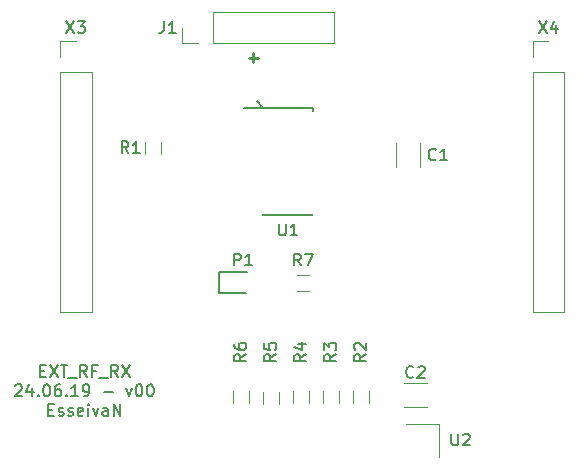
<source format=gbr>
G04 #@! TF.GenerationSoftware,KiCad,Pcbnew,(5.1.0)-1*
G04 #@! TF.CreationDate,2019-06-24T11:41:26+02:00*
G04 #@! TF.ProjectId,RF_433MHz_Receiver,52465f34-3333-44d4-987a-5f5265636569,00*
G04 #@! TF.SameCoordinates,Original*
G04 #@! TF.FileFunction,Legend,Top*
G04 #@! TF.FilePolarity,Positive*
%FSLAX46Y46*%
G04 Gerber Fmt 4.6, Leading zero omitted, Abs format (unit mm)*
G04 Created by KiCad (PCBNEW (5.1.0)-1) date 2019-06-24 11:41:26*
%MOMM*%
%LPD*%
G04 APERTURE LIST*
%ADD10C,0.250000*%
%ADD11C,0.120000*%
%ADD12C,0.150000*%
G04 APERTURE END LIST*
D10*
X75380952Y-55071428D02*
X74619047Y-55071428D01*
X75000000Y-55452380D02*
X75000000Y-54690476D01*
D11*
X90709000Y-86110000D02*
X87915000Y-86110000D01*
X90709000Y-88904000D02*
X90709000Y-86110000D01*
D12*
X56971904Y-81578571D02*
X57305238Y-81578571D01*
X57448095Y-82102380D02*
X56971904Y-82102380D01*
X56971904Y-81102380D01*
X57448095Y-81102380D01*
X57781428Y-81102380D02*
X58448095Y-82102380D01*
X58448095Y-81102380D02*
X57781428Y-82102380D01*
X58686190Y-81102380D02*
X59257619Y-81102380D01*
X58971904Y-82102380D02*
X58971904Y-81102380D01*
X59352857Y-82197619D02*
X60114761Y-82197619D01*
X60924285Y-82102380D02*
X60590952Y-81626190D01*
X60352857Y-82102380D02*
X60352857Y-81102380D01*
X60733809Y-81102380D01*
X60829047Y-81150000D01*
X60876666Y-81197619D01*
X60924285Y-81292857D01*
X60924285Y-81435714D01*
X60876666Y-81530952D01*
X60829047Y-81578571D01*
X60733809Y-81626190D01*
X60352857Y-81626190D01*
X61686190Y-81578571D02*
X61352857Y-81578571D01*
X61352857Y-82102380D02*
X61352857Y-81102380D01*
X61829047Y-81102380D01*
X61971904Y-82197619D02*
X62733809Y-82197619D01*
X63543333Y-82102380D02*
X63210000Y-81626190D01*
X62971904Y-82102380D02*
X62971904Y-81102380D01*
X63352857Y-81102380D01*
X63448095Y-81150000D01*
X63495714Y-81197619D01*
X63543333Y-81292857D01*
X63543333Y-81435714D01*
X63495714Y-81530952D01*
X63448095Y-81578571D01*
X63352857Y-81626190D01*
X62971904Y-81626190D01*
X63876666Y-81102380D02*
X64543333Y-82102380D01*
X64543333Y-81102380D02*
X63876666Y-82102380D01*
X54852857Y-82847619D02*
X54900476Y-82800000D01*
X54995714Y-82752380D01*
X55233809Y-82752380D01*
X55329047Y-82800000D01*
X55376666Y-82847619D01*
X55424285Y-82942857D01*
X55424285Y-83038095D01*
X55376666Y-83180952D01*
X54805238Y-83752380D01*
X55424285Y-83752380D01*
X56281428Y-83085714D02*
X56281428Y-83752380D01*
X56043333Y-82704761D02*
X55805238Y-83419047D01*
X56424285Y-83419047D01*
X56805238Y-83657142D02*
X56852857Y-83704761D01*
X56805238Y-83752380D01*
X56757619Y-83704761D01*
X56805238Y-83657142D01*
X56805238Y-83752380D01*
X57471904Y-82752380D02*
X57567142Y-82752380D01*
X57662380Y-82800000D01*
X57709999Y-82847619D01*
X57757619Y-82942857D01*
X57805238Y-83133333D01*
X57805238Y-83371428D01*
X57757619Y-83561904D01*
X57709999Y-83657142D01*
X57662380Y-83704761D01*
X57567142Y-83752380D01*
X57471904Y-83752380D01*
X57376666Y-83704761D01*
X57329047Y-83657142D01*
X57281428Y-83561904D01*
X57233809Y-83371428D01*
X57233809Y-83133333D01*
X57281428Y-82942857D01*
X57329047Y-82847619D01*
X57376666Y-82800000D01*
X57471904Y-82752380D01*
X58662380Y-82752380D02*
X58471904Y-82752380D01*
X58376666Y-82800000D01*
X58329047Y-82847619D01*
X58233809Y-82990476D01*
X58186190Y-83180952D01*
X58186190Y-83561904D01*
X58233809Y-83657142D01*
X58281428Y-83704761D01*
X58376666Y-83752380D01*
X58567142Y-83752380D01*
X58662380Y-83704761D01*
X58709999Y-83657142D01*
X58757619Y-83561904D01*
X58757619Y-83323809D01*
X58709999Y-83228571D01*
X58662380Y-83180952D01*
X58567142Y-83133333D01*
X58376666Y-83133333D01*
X58281428Y-83180952D01*
X58233809Y-83228571D01*
X58186190Y-83323809D01*
X59186190Y-83657142D02*
X59233809Y-83704761D01*
X59186190Y-83752380D01*
X59138571Y-83704761D01*
X59186190Y-83657142D01*
X59186190Y-83752380D01*
X60186190Y-83752380D02*
X59614761Y-83752380D01*
X59900476Y-83752380D02*
X59900476Y-82752380D01*
X59805238Y-82895238D01*
X59709999Y-82990476D01*
X59614761Y-83038095D01*
X60662380Y-83752380D02*
X60852857Y-83752380D01*
X60948095Y-83704761D01*
X60995714Y-83657142D01*
X61090952Y-83514285D01*
X61138571Y-83323809D01*
X61138571Y-82942857D01*
X61090952Y-82847619D01*
X61043333Y-82800000D01*
X60948095Y-82752380D01*
X60757619Y-82752380D01*
X60662380Y-82800000D01*
X60614761Y-82847619D01*
X60567142Y-82942857D01*
X60567142Y-83180952D01*
X60614761Y-83276190D01*
X60662380Y-83323809D01*
X60757619Y-83371428D01*
X60948095Y-83371428D01*
X61043333Y-83323809D01*
X61090952Y-83276190D01*
X61138571Y-83180952D01*
X62329047Y-83371428D02*
X63090952Y-83371428D01*
X64233809Y-83085714D02*
X64471904Y-83752380D01*
X64709999Y-83085714D01*
X65281428Y-82752380D02*
X65376666Y-82752380D01*
X65471904Y-82800000D01*
X65519523Y-82847619D01*
X65567142Y-82942857D01*
X65614761Y-83133333D01*
X65614761Y-83371428D01*
X65567142Y-83561904D01*
X65519523Y-83657142D01*
X65471904Y-83704761D01*
X65376666Y-83752380D01*
X65281428Y-83752380D01*
X65186190Y-83704761D01*
X65138571Y-83657142D01*
X65090952Y-83561904D01*
X65043333Y-83371428D01*
X65043333Y-83133333D01*
X65090952Y-82942857D01*
X65138571Y-82847619D01*
X65186190Y-82800000D01*
X65281428Y-82752380D01*
X66233809Y-82752380D02*
X66329047Y-82752380D01*
X66424285Y-82800000D01*
X66471904Y-82847619D01*
X66519523Y-82942857D01*
X66567142Y-83133333D01*
X66567142Y-83371428D01*
X66519523Y-83561904D01*
X66471904Y-83657142D01*
X66424285Y-83704761D01*
X66329047Y-83752380D01*
X66233809Y-83752380D01*
X66138571Y-83704761D01*
X66090952Y-83657142D01*
X66043333Y-83561904D01*
X65995714Y-83371428D01*
X65995714Y-83133333D01*
X66043333Y-82942857D01*
X66090952Y-82847619D01*
X66138571Y-82800000D01*
X66233809Y-82752380D01*
X57662380Y-84878571D02*
X57995714Y-84878571D01*
X58138571Y-85402380D02*
X57662380Y-85402380D01*
X57662380Y-84402380D01*
X58138571Y-84402380D01*
X58519523Y-85354761D02*
X58614761Y-85402380D01*
X58805238Y-85402380D01*
X58900476Y-85354761D01*
X58948095Y-85259523D01*
X58948095Y-85211904D01*
X58900476Y-85116666D01*
X58805238Y-85069047D01*
X58662380Y-85069047D01*
X58567142Y-85021428D01*
X58519523Y-84926190D01*
X58519523Y-84878571D01*
X58567142Y-84783333D01*
X58662380Y-84735714D01*
X58805238Y-84735714D01*
X58900476Y-84783333D01*
X59329047Y-85354761D02*
X59424285Y-85402380D01*
X59614761Y-85402380D01*
X59710000Y-85354761D01*
X59757619Y-85259523D01*
X59757619Y-85211904D01*
X59710000Y-85116666D01*
X59614761Y-85069047D01*
X59471904Y-85069047D01*
X59376666Y-85021428D01*
X59329047Y-84926190D01*
X59329047Y-84878571D01*
X59376666Y-84783333D01*
X59471904Y-84735714D01*
X59614761Y-84735714D01*
X59710000Y-84783333D01*
X60567142Y-85354761D02*
X60471904Y-85402380D01*
X60281428Y-85402380D01*
X60186190Y-85354761D01*
X60138571Y-85259523D01*
X60138571Y-84878571D01*
X60186190Y-84783333D01*
X60281428Y-84735714D01*
X60471904Y-84735714D01*
X60567142Y-84783333D01*
X60614761Y-84878571D01*
X60614761Y-84973809D01*
X60138571Y-85069047D01*
X61043333Y-85402380D02*
X61043333Y-84735714D01*
X61043333Y-84402380D02*
X60995714Y-84450000D01*
X61043333Y-84497619D01*
X61090952Y-84450000D01*
X61043333Y-84402380D01*
X61043333Y-84497619D01*
X61424285Y-84735714D02*
X61662380Y-85402380D01*
X61900476Y-84735714D01*
X62710000Y-85402380D02*
X62710000Y-84878571D01*
X62662380Y-84783333D01*
X62567142Y-84735714D01*
X62376666Y-84735714D01*
X62281428Y-84783333D01*
X62710000Y-85354761D02*
X62614761Y-85402380D01*
X62376666Y-85402380D01*
X62281428Y-85354761D01*
X62233809Y-85259523D01*
X62233809Y-85164285D01*
X62281428Y-85069047D01*
X62376666Y-85021428D01*
X62614761Y-85021428D01*
X62710000Y-84973809D01*
X63186190Y-85402380D02*
X63186190Y-84402380D01*
X63757619Y-85402380D01*
X63757619Y-84402380D01*
D11*
X89735000Y-82635000D02*
X87735000Y-82635000D01*
X87735000Y-84675000D02*
X89735000Y-84675000D01*
X87080000Y-62335000D02*
X87080000Y-64335000D01*
X89120000Y-64335000D02*
X89120000Y-62335000D01*
D12*
X72130000Y-73230000D02*
X72130000Y-75030000D01*
X74030000Y-75030000D02*
X74080000Y-75030000D01*
X72130000Y-75030000D02*
X74430000Y-75030000D01*
X72130000Y-73230000D02*
X74480000Y-73230000D01*
X75840000Y-59370000D02*
X74240000Y-59370000D01*
X75840000Y-59370000D02*
X75340000Y-58770000D01*
X80040000Y-59570000D02*
X80040000Y-59370000D01*
X80040000Y-59370000D02*
X75840000Y-59370000D01*
X80015000Y-68420000D02*
X80015000Y-68305000D01*
X75865000Y-68420000D02*
X75865000Y-68305000D01*
X75865000Y-68420000D02*
X80015000Y-68420000D01*
D11*
X68990000Y-53870000D02*
X68990000Y-52540000D01*
X70320000Y-53870000D02*
X68990000Y-53870000D01*
X71590000Y-53870000D02*
X71590000Y-51210000D01*
X71590000Y-51210000D02*
X81810000Y-51210000D01*
X71590000Y-53870000D02*
X81810000Y-53870000D01*
X81810000Y-53870000D02*
X81810000Y-51210000D01*
X67190000Y-62200000D02*
X67190000Y-63200000D01*
X65830000Y-63200000D02*
X65830000Y-62200000D01*
X84785000Y-83324000D02*
X84785000Y-84324000D01*
X83425000Y-84324000D02*
X83425000Y-83324000D01*
X80885000Y-84324000D02*
X80885000Y-83324000D01*
X82245000Y-83324000D02*
X82245000Y-84324000D01*
X79705000Y-83324000D02*
X79705000Y-84324000D01*
X78345000Y-84324000D02*
X78345000Y-83324000D01*
X75805000Y-84404000D02*
X75805000Y-83404000D01*
X77165000Y-83404000D02*
X77165000Y-84404000D01*
X74625000Y-83324000D02*
X74625000Y-84324000D01*
X73265000Y-84324000D02*
X73265000Y-83324000D01*
X78710000Y-73450000D02*
X79710000Y-73450000D01*
X79710000Y-74810000D02*
X78710000Y-74810000D01*
X58670000Y-53670000D02*
X60000000Y-53670000D01*
X58670000Y-55000000D02*
X58670000Y-53670000D01*
X58670000Y-56270000D02*
X61330000Y-56270000D01*
X61330000Y-56270000D02*
X61330000Y-76650000D01*
X58670000Y-56270000D02*
X58670000Y-76650000D01*
X58670000Y-76650000D02*
X61330000Y-76650000D01*
X98670000Y-76650000D02*
X101330000Y-76650000D01*
X98670000Y-56270000D02*
X98670000Y-76650000D01*
X101330000Y-56270000D02*
X101330000Y-76650000D01*
X98670000Y-56270000D02*
X101330000Y-56270000D01*
X98670000Y-55000000D02*
X98670000Y-53670000D01*
X98670000Y-53670000D02*
X100000000Y-53670000D01*
D12*
X88568333Y-82107142D02*
X88520714Y-82154761D01*
X88377857Y-82202380D01*
X88282619Y-82202380D01*
X88139761Y-82154761D01*
X88044523Y-82059523D01*
X87996904Y-81964285D01*
X87949285Y-81773809D01*
X87949285Y-81630952D01*
X87996904Y-81440476D01*
X88044523Y-81345238D01*
X88139761Y-81250000D01*
X88282619Y-81202380D01*
X88377857Y-81202380D01*
X88520714Y-81250000D01*
X88568333Y-81297619D01*
X88949285Y-81297619D02*
X88996904Y-81250000D01*
X89092142Y-81202380D01*
X89330238Y-81202380D01*
X89425476Y-81250000D01*
X89473095Y-81297619D01*
X89520714Y-81392857D01*
X89520714Y-81488095D01*
X89473095Y-81630952D01*
X88901666Y-82202380D01*
X89520714Y-82202380D01*
X90473333Y-63692142D02*
X90425714Y-63739761D01*
X90282857Y-63787380D01*
X90187619Y-63787380D01*
X90044761Y-63739761D01*
X89949523Y-63644523D01*
X89901904Y-63549285D01*
X89854285Y-63358809D01*
X89854285Y-63215952D01*
X89901904Y-63025476D01*
X89949523Y-62930238D01*
X90044761Y-62835000D01*
X90187619Y-62787380D01*
X90282857Y-62787380D01*
X90425714Y-62835000D01*
X90473333Y-62882619D01*
X91425714Y-63787380D02*
X90854285Y-63787380D01*
X91140000Y-63787380D02*
X91140000Y-62787380D01*
X91044761Y-62930238D01*
X90949523Y-63025476D01*
X90854285Y-63073095D01*
X73391904Y-72677380D02*
X73391904Y-71677380D01*
X73772857Y-71677380D01*
X73868095Y-71725000D01*
X73915714Y-71772619D01*
X73963333Y-71867857D01*
X73963333Y-72010714D01*
X73915714Y-72105952D01*
X73868095Y-72153571D01*
X73772857Y-72201190D01*
X73391904Y-72201190D01*
X74915714Y-72677380D02*
X74344285Y-72677380D01*
X74630000Y-72677380D02*
X74630000Y-71677380D01*
X74534761Y-71820238D01*
X74439523Y-71915476D01*
X74344285Y-71963095D01*
X77178095Y-69137380D02*
X77178095Y-69946904D01*
X77225714Y-70042142D01*
X77273333Y-70089761D01*
X77368571Y-70137380D01*
X77559047Y-70137380D01*
X77654285Y-70089761D01*
X77701904Y-70042142D01*
X77749523Y-69946904D01*
X77749523Y-69137380D01*
X78749523Y-70137380D02*
X78178095Y-70137380D01*
X78463809Y-70137380D02*
X78463809Y-69137380D01*
X78368571Y-69280238D01*
X78273333Y-69375476D01*
X78178095Y-69423095D01*
X91783095Y-86917380D02*
X91783095Y-87726904D01*
X91830714Y-87822142D01*
X91878333Y-87869761D01*
X91973571Y-87917380D01*
X92164047Y-87917380D01*
X92259285Y-87869761D01*
X92306904Y-87822142D01*
X92354523Y-87726904D01*
X92354523Y-86917380D01*
X92783095Y-87012619D02*
X92830714Y-86965000D01*
X92925952Y-86917380D01*
X93164047Y-86917380D01*
X93259285Y-86965000D01*
X93306904Y-87012619D01*
X93354523Y-87107857D01*
X93354523Y-87203095D01*
X93306904Y-87345952D01*
X92735476Y-87917380D01*
X93354523Y-87917380D01*
X67446666Y-51992380D02*
X67446666Y-52706666D01*
X67399047Y-52849523D01*
X67303809Y-52944761D01*
X67160952Y-52992380D01*
X67065714Y-52992380D01*
X68446666Y-52992380D02*
X67875238Y-52992380D01*
X68160952Y-52992380D02*
X68160952Y-51992380D01*
X68065714Y-52135238D01*
X67970476Y-52230476D01*
X67875238Y-52278095D01*
X64438333Y-63152380D02*
X64105000Y-62676190D01*
X63866904Y-63152380D02*
X63866904Y-62152380D01*
X64247857Y-62152380D01*
X64343095Y-62200000D01*
X64390714Y-62247619D01*
X64438333Y-62342857D01*
X64438333Y-62485714D01*
X64390714Y-62580952D01*
X64343095Y-62628571D01*
X64247857Y-62676190D01*
X63866904Y-62676190D01*
X65390714Y-63152380D02*
X64819285Y-63152380D01*
X65105000Y-63152380D02*
X65105000Y-62152380D01*
X65009761Y-62295238D01*
X64914523Y-62390476D01*
X64819285Y-62438095D01*
X84557380Y-80180666D02*
X84081190Y-80514000D01*
X84557380Y-80752095D02*
X83557380Y-80752095D01*
X83557380Y-80371142D01*
X83605000Y-80275904D01*
X83652619Y-80228285D01*
X83747857Y-80180666D01*
X83890714Y-80180666D01*
X83985952Y-80228285D01*
X84033571Y-80275904D01*
X84081190Y-80371142D01*
X84081190Y-80752095D01*
X83652619Y-79799714D02*
X83605000Y-79752095D01*
X83557380Y-79656857D01*
X83557380Y-79418761D01*
X83605000Y-79323523D01*
X83652619Y-79275904D01*
X83747857Y-79228285D01*
X83843095Y-79228285D01*
X83985952Y-79275904D01*
X84557380Y-79847333D01*
X84557380Y-79228285D01*
X82017380Y-80180666D02*
X81541190Y-80514000D01*
X82017380Y-80752095D02*
X81017380Y-80752095D01*
X81017380Y-80371142D01*
X81065000Y-80275904D01*
X81112619Y-80228285D01*
X81207857Y-80180666D01*
X81350714Y-80180666D01*
X81445952Y-80228285D01*
X81493571Y-80275904D01*
X81541190Y-80371142D01*
X81541190Y-80752095D01*
X81017380Y-79847333D02*
X81017380Y-79228285D01*
X81398333Y-79561619D01*
X81398333Y-79418761D01*
X81445952Y-79323523D01*
X81493571Y-79275904D01*
X81588809Y-79228285D01*
X81826904Y-79228285D01*
X81922142Y-79275904D01*
X81969761Y-79323523D01*
X82017380Y-79418761D01*
X82017380Y-79704476D01*
X81969761Y-79799714D01*
X81922142Y-79847333D01*
X79477380Y-80180666D02*
X79001190Y-80514000D01*
X79477380Y-80752095D02*
X78477380Y-80752095D01*
X78477380Y-80371142D01*
X78525000Y-80275904D01*
X78572619Y-80228285D01*
X78667857Y-80180666D01*
X78810714Y-80180666D01*
X78905952Y-80228285D01*
X78953571Y-80275904D01*
X79001190Y-80371142D01*
X79001190Y-80752095D01*
X78810714Y-79323523D02*
X79477380Y-79323523D01*
X78429761Y-79561619D02*
X79144047Y-79799714D01*
X79144047Y-79180666D01*
X76937380Y-80180666D02*
X76461190Y-80514000D01*
X76937380Y-80752095D02*
X75937380Y-80752095D01*
X75937380Y-80371142D01*
X75985000Y-80275904D01*
X76032619Y-80228285D01*
X76127857Y-80180666D01*
X76270714Y-80180666D01*
X76365952Y-80228285D01*
X76413571Y-80275904D01*
X76461190Y-80371142D01*
X76461190Y-80752095D01*
X75937380Y-79275904D02*
X75937380Y-79752095D01*
X76413571Y-79799714D01*
X76365952Y-79752095D01*
X76318333Y-79656857D01*
X76318333Y-79418761D01*
X76365952Y-79323523D01*
X76413571Y-79275904D01*
X76508809Y-79228285D01*
X76746904Y-79228285D01*
X76842142Y-79275904D01*
X76889761Y-79323523D01*
X76937380Y-79418761D01*
X76937380Y-79656857D01*
X76889761Y-79752095D01*
X76842142Y-79799714D01*
X74397380Y-80180666D02*
X73921190Y-80514000D01*
X74397380Y-80752095D02*
X73397380Y-80752095D01*
X73397380Y-80371142D01*
X73445000Y-80275904D01*
X73492619Y-80228285D01*
X73587857Y-80180666D01*
X73730714Y-80180666D01*
X73825952Y-80228285D01*
X73873571Y-80275904D01*
X73921190Y-80371142D01*
X73921190Y-80752095D01*
X73397380Y-79323523D02*
X73397380Y-79514000D01*
X73445000Y-79609238D01*
X73492619Y-79656857D01*
X73635476Y-79752095D01*
X73825952Y-79799714D01*
X74206904Y-79799714D01*
X74302142Y-79752095D01*
X74349761Y-79704476D01*
X74397380Y-79609238D01*
X74397380Y-79418761D01*
X74349761Y-79323523D01*
X74302142Y-79275904D01*
X74206904Y-79228285D01*
X73968809Y-79228285D01*
X73873571Y-79275904D01*
X73825952Y-79323523D01*
X73778333Y-79418761D01*
X73778333Y-79609238D01*
X73825952Y-79704476D01*
X73873571Y-79752095D01*
X73968809Y-79799714D01*
X79043333Y-72677380D02*
X78710000Y-72201190D01*
X78471904Y-72677380D02*
X78471904Y-71677380D01*
X78852857Y-71677380D01*
X78948095Y-71725000D01*
X78995714Y-71772619D01*
X79043333Y-71867857D01*
X79043333Y-72010714D01*
X78995714Y-72105952D01*
X78948095Y-72153571D01*
X78852857Y-72201190D01*
X78471904Y-72201190D01*
X79376666Y-71677380D02*
X80043333Y-71677380D01*
X79614761Y-72677380D01*
X59190476Y-51992380D02*
X59857142Y-52992380D01*
X59857142Y-51992380D02*
X59190476Y-52992380D01*
X60142857Y-51992380D02*
X60761904Y-51992380D01*
X60428571Y-52373333D01*
X60571428Y-52373333D01*
X60666666Y-52420952D01*
X60714285Y-52468571D01*
X60761904Y-52563809D01*
X60761904Y-52801904D01*
X60714285Y-52897142D01*
X60666666Y-52944761D01*
X60571428Y-52992380D01*
X60285714Y-52992380D01*
X60190476Y-52944761D01*
X60142857Y-52897142D01*
X99190476Y-51992380D02*
X99857142Y-52992380D01*
X99857142Y-51992380D02*
X99190476Y-52992380D01*
X100666666Y-52325714D02*
X100666666Y-52992380D01*
X100428571Y-51944761D02*
X100190476Y-52659047D01*
X100809523Y-52659047D01*
M02*

</source>
